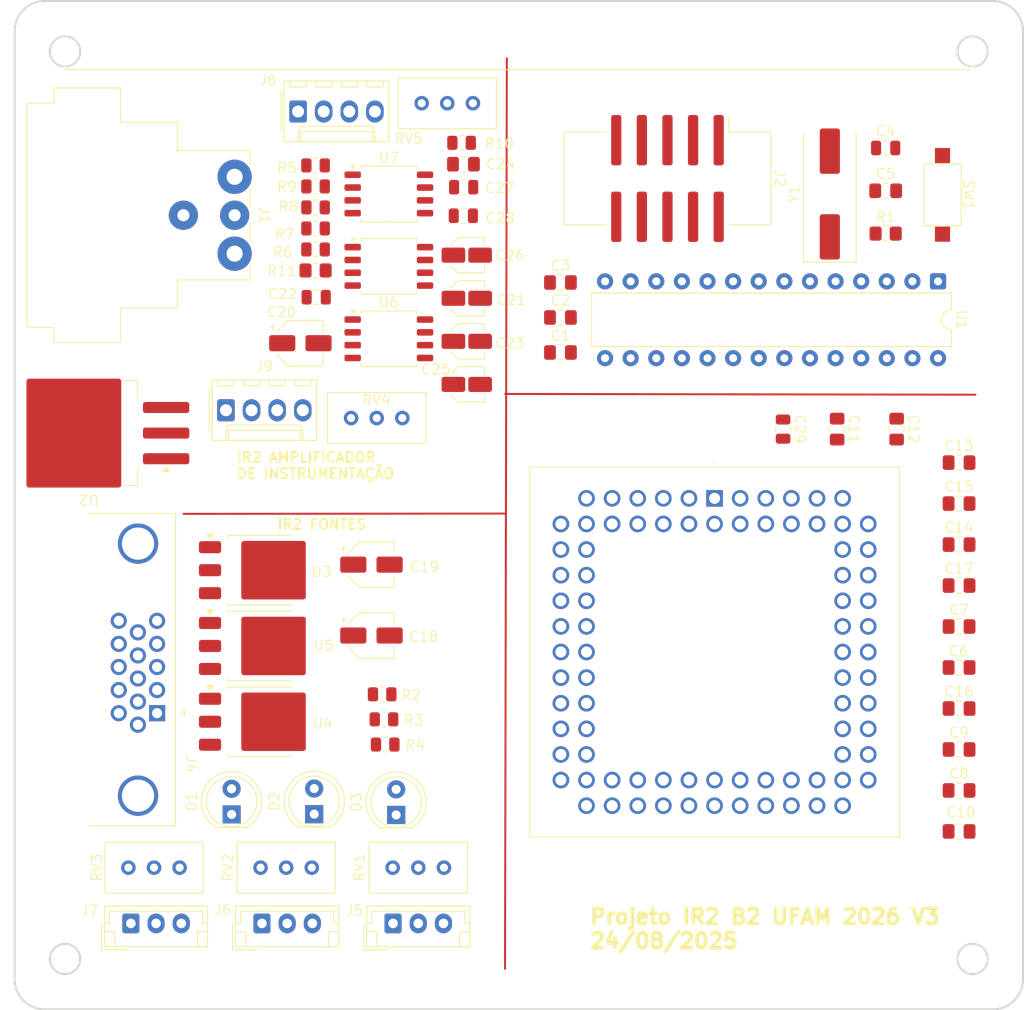
<source format=kicad_pcb>
(kicad_pcb (version 20241229) (generator "pcbnew") (generator_version "9.0")
  (title_block (title "IR2_B2_UFAM") (date "08/08/2025") (rev "V1") (company "UFAM-UFMG"))
  (layers (0 "F.Cu" signal "IR2_F.Cu") (4 "In1.Cu" signal "IR2_In1.Cu") (6 "In2.Cu" signal "IR2_In2.Cu") (2 "B.Cu" signal "IR2_B.Cu‏") (13 "F.Paste" user) (15 "B.Paste" user) (5 "F.SilkS" user "IR2 B2 UFAM") (7 "B.SilkS" user "IR2 B2 UFAM V2") (1 "F.Mask" user) (3 "B.Mask" user) (25 "Edge.Cuts" user))
  (net 0 "")
  (net 1 "Earth")
  (net 2 "/MODO E_RST E_RDR/3,3V")
  (net 3 "Net-(U6-CAP-)")
  (net 4 "Net-(U6-CAP+)")
  (net 5 "Net-(D1-A)")
  (net 6 "Net-(D2-A)")
  (net 7 "Net-(D3-A)")
  (net 8 "/MODO E_RST E_RDR/E_RDR")
  (net 9 "Net-(J3-RST)")
  (net 10 "-8,4V")
  (net 11 "/A0")
  (net 12 "/MODO E_RST E_RDR/E_RST")
  (net 13 "/A2")
  (net 14 "/Módulo Amplificador de Instrumentação/S+")
  (net 15 "/AC0")
  (net 16 "/A1")
  (net 17 "/Fontes/-8,4V")
  (net 18 "/Fontes/V+8,4V_IR2")
  (net 19 "/Fontes/V+8,4V_ATMEGA")
  (net 20 "/Fontes/V+8,4V_RST_RDR")
  (net 21 "/Módulo Amplificador de Instrumentação/VOUT")
  (net 22 "/Módulo Amplificador de Instrumentação/S-")
  (net 23 "Net-(R6-Pad1)")
  (net 24 "Net-(R7-Pad2)")
  (net 25 "Net-(R10-Pad1)")
  (net 26 "Net-(R10-Pad2)")
  (net 27 "/MODO E_RST E_RDR/V_LOAD")
  (net 32 "Net-(U1-XTAL2{slash}PB7)")
  (net 34 "/SCK")
  (net 35 "/Módulo Amplificador de Instrumentação/VIN")
  (net 36 "Net-(U1-XTAL1{slash}PB6)")
  (net 39 "2,5V")
  (net 40 "/MISO")
  (net 41 "Net-(U2-VO)")
  (net 44 "1,4V")
  (net 45 "3,3V")
  (net 46 "/RESET")
  (net 47 "Net-(U7--)")
  (net 48 "+8,4V")
  (net 49 "/RWS")
  (net 125 "/Fontes/+3,3V(IR2)")
  (net 126 "/AC1")
  (net 127 "/AC2")
  (net 128 "Net-(J3-RDR)")
  (net 130 "Net-(U7-+)")
  (net 133 "Net-(U8-2IN+)")
  (net 134 "Net-(U8-1IN+)")
  (net 135 "Net-(U7-Ref)")
  (net 136 "Net-(IC1-2IN+)")
  (net 137 "Net-(IC1-2IN-)")
  (net 138 "Net-(IC1-1IN+)")
  (footprint "Capacitor_SMD:C_0805_2012Metric_Pad1.18x1.45mm_HandSolder" (layer "F.Cu") (at 218.8425 105.662)
    (property "Reference" "C6" (at -0.0625 -1.6 0) (layer "F.SilkS") (effects (font (thickness 0.1))))
    (property "Value" "100nF")
    (pad "1" smd roundrect (at -1.0375 0) (size 1.175 1.45) (layers "F.Cu" "F.Mask" "F.Paste") (roundrect_rratio 0.212766) (net 125 "/Fontes/+3,3V(IR2)"))
    (pad "2" smd roundrect (at 1.0375 0) (size 1.175 1.45) (layers "F.Cu" "F.Mask" "F.Paste") (roundrect_rratio 0.212766) (net 1 "Earth"))
  )
  (footprint "Package_SO:SOIC-8_5.3x5.3mm_P1.27mm" (layer "F.Cu") (at 162.295 58.7)
    (property "Reference" "U7" (at 0 -3.6 0) (layer "F.SilkS") (effects (font (thickness 0.1))))
    (property "Value" "AD620")
    (pad "1" smd roundrect (at -3.5875 -1.905) (size 1.625 0.65) (layers "F.Cu" "F.Mask" "F.Paste") (net 25 "Net-(R10-Pad1)"))
    (pad "2" smd roundrect (at -3.5875 -0.635) (size 1.625 0.65) (layers "F.Cu" "F.Mask" "F.Paste") (net 47 "Net-(U7--)"))
    (pad "3" smd roundrect (at -3.5875 0.635) (size 1.625 0.65) (layers "F.Cu" "F.Mask" "F.Paste") (net 130 "Net-(U7-+)"))
    (pad "4" smd roundrect (at -3.5875 1.905) (size 1.625 0.65) (layers "F.Cu" "F.Mask" "F.Paste") (net 10 "-8,4V"))
    (pad "5" smd roundrect (at 3.5875 1.905) (size 1.625 0.65) (layers "F.Cu" "F.Mask" "F.Paste") (net 135 "Net-(U7-Ref)"))
    (pad "6" smd roundrect (at 3.5875 0.635) (size 1.625 0.65) (layers "F.Cu" "F.Mask" "F.Paste") (net 133 "Net-(U8-2IN+)"))
    (pad "7" smd roundrect (at 3.5875 -0.635) (size 1.625 0.65) (layers "F.Cu" "F.Mask" "F.Paste") (net 48 "+8,4V"))
    (pad "8" smd roundrect (at 3.5875 -1.905) (size 1.625 0.65) (layers "F.Cu" "F.Mask" "F.Paste") (net 26 "Net-(R10-Pad2)"))
  )
  (footprint "Capacitor_SMD:C_0805_2012Metric_Pad1.18x1.45mm_HandSolder" (layer "F.Cu") (at 218.8425 101.598)
    (property "Reference" "C7" (at 0 -1.68 0) (layer "F.SilkS") (effects (font (thickness 0.1))))
    (property "Value" "100nF")
    (pad "1" smd roundrect (at -1.0375 0) (size 1.175 1.45) (layers "F.Cu" "F.Mask" "F.Paste") (roundrect_rratio 0.212766) (net 125 "/Fontes/+3,3V(IR2)"))
    (pad "2" smd roundrect (at 1.0375 0) (size 1.175 1.45) (layers "F.Cu" "F.Mask" "F.Paste") (roundrect_rratio 0.212766) (net 1 "Earth"))
  )
  (footprint "Resistor_SMD:R_0805_2012Metric" (layer "F.Cu") (at 155.0275 57.953333)
    (property "Reference" "R9" (at -2.8275 0.033917 0) (layer "F.SilkS") (effects (font (thickness 0.1))))
    (property "Value" "1K")
    (pad "1" smd roundrect (at -0.9125 0) (size 1.025 1.4) (layers "F.Cu" "F.Mask" "F.Paste") (roundrect_rratio 0.243902) (net 130 "Net-(U7-+)"))
    (pad "2" smd roundrect (at 0.9125 0) (size 1.025 1.4) (layers "F.Cu" "F.Mask" "F.Paste") (roundrect_rratio 0.243902) (net 14 "/Módulo Amplificador de Instrumentação/S+"))
  )
  (footprint "Resistor_SMD:R_0805_2012Metric_Pad1.20x1.40mm_HandSolder" (layer "F.Cu") (at 155.0275 66.286667)
    (property "Reference" "R11" (at -3.3375 0.049583 0) (layer "F.SilkS") (effects (font (thickness 0.1))))
    (property "Value" "1K")
    (pad "1" smd roundrect (at -1 0) (size 1.2 1.4) (layers "F.Cu" "F.Mask" "F.Paste") (roundrect_rratio 0.208333) (net 133 "Net-(U8-2IN+)"))
    (pad "2" smd roundrect (at 1 0) (size 1.2 1.4) (layers "F.Cu" "F.Mask" "F.Paste") (roundrect_rratio 0.208333) (net 134 "Net-(U8-1IN+)"))
  )
  (footprint "Capacitor_SMD:C_0805_2012Metric" (layer "F.Cu") (at 201.39 82.02 -90)
    (property "Reference" "C29" (at 0 -1.68 270) (layer "F.SilkS") (effects (font (thickness 0.1))))
    (property "Value" "100nF")
    (pad "1" smd roundrect (at -0.95 0 270) (size 1 1.45) (layers "F.Cu" "F.Mask" "F.Paste") (net 1 "Earth"))
    (pad "2" smd roundrect (at 0.95 0 270) (size 1 1.45) (layers "F.Cu" "F.Mask" "F.Paste") (net 10 "-8,4V"))
  )
  (footprint "Capacitor_SMD:C_Elec_3x5.4" (layer "F.Cu") (at 170.02 77.59)
    (property "Reference" "C25" (at -3.07 -1.5 0) (layer "F.SilkS") (effects (font (thickness 0.1))))
    (property "Value" "10uF")
    (pad "1" smd roundrect (at -1.325 0) (size 2.35 1.5) (layers "F.Cu" "F.Mask" "F.Paste") (roundrect_rratio 0.166667) (net 3 "Net-(U6-CAP-)"))
    (pad "2" smd roundrect (at 1.325 0) (size 2.35 1.5) (layers "F.Cu" "F.Mask" "F.Paste") (roundrect_rratio 0.166667) (net 4 "Net-(U6-CAP+)"))
  )
  (footprint "Package_TO_SOT_SMD:TO-263-3_TabPin2" (layer "F.Cu") (at 132.555 82.415 180)
    (property "Reference" "U2" (at 0 -6.65 180) (layer "F.SilkS") (effects (font (thickness 0.1))))
    (property "Value" "AZ1084-5.0")
    (pad "1" smd roundrect (at -7.65 -2.54 180) (size 4.6 1.1) (layers "F.Cu" "F.Mask" "F.Paste") (roundrect_rratio 0.227273) (net 1 "Earth"))
    (pad "2" smd roundrect (at -7.65 0 180) (size 4.6 1.1) (layers "F.Cu" "F.Mask" "F.Paste") (roundrect_rratio 0.227273) (net 41 "Net-(U2-VO)"))
    (pad "2" smd roundrect (at 1.5 0 180) (size 9.4 10.8) (layers "F.Cu" "F.Mask") (roundrect_rratio 0.026596) (net 41 "Net-(U2-VO)"))
    (pad "3" smd roundrect (at -7.65 2.54 180) (size 4.6 1.1) (layers "F.Cu" "F.Mask" "F.Paste") (roundrect_rratio 0.227273) (net 18 "/Fontes/V+8,4V_IR2"))
  )
  (footprint "Capacitor_SMD:C_Elec_3x5.4" (layer "F.Cu") (at 170.02 64.77)
    (property "Reference" "C26" (at 4.29 0.02 0) (layer "F.SilkS") (effects (font (thickness 0.1))))
    (property "Value" "10uF")
    (pad "1" smd roundrect (at -1.325 0) (size 2.35 1.5) (layers "F.Cu" "F.Mask" "F.Paste") (roundrect_rratio 0.166667) (net 10 "-8,4V"))
    (pad "2" smd roundrect (at 1.325 0) (size 2.35 1.5) (layers "F.Cu" "F.Mask" "F.Paste") (roundrect_rratio 0.166667) (net 1 "Earth"))
  )
  (footprint "Capacitor_SMD:C_0805_2012Metric_Pad1.18x1.45mm_HandSolder" (layer "F.Cu") (at 218.8425 113.79)
    (property "Reference" "C9" (at 0 -1.68 0) (layer "F.SilkS") (effects (font (thickness 0.1))))
    (property "Value" "100nF")
    (pad "1" smd roundrect (at -1.0375 0) (size 1.175 1.45) (layers "F.Cu" "F.Mask" "F.Paste") (roundrect_rratio 0.212766) (net 49 "/RWS"))
    (pad "2" smd roundrect (at 1.0375 0) (size 1.175 1.45) (layers "F.Cu" "F.Mask" "F.Paste") (roundrect_rratio 0.212766) (net 1 "Earth"))
  )
  (footprint "Capacitor_SMD:C_0805_2012Metric" (layer "F.Cu") (at 169.71 58.03 180)
    (property "Reference" "C27" (at -3.58 -0.08 0) (layer "F.SilkS") (effects (font (thickness 0.1))))
    (property "Value" "100nF")
    (pad "1" smd roundrect (at -0.95 0 180) (size 1 1.45) (layers "F.Cu" "F.Mask" "F.Paste") (net 10 "-8,4V"))
    (pad "2" smd roundrect (at 0.95 0 180) (size 1 1.45) (layers "F.Cu" "F.Mask" "F.Paste") (net 1 "Earth"))
  )
  (footprint "Resistor_SMD:R_0805_2012Metric" (layer "F.Cu") (at 155.0275 64.203333)
    (property "Reference" "R6" (at -3.2675 0.275666 0) (layer "F.SilkS") (effects (font (thickness 0.1))))
    (property "Value" "1K")
    (pad "1" smd roundrect (at -0.9125 0) (size 1.025 1.4) (layers "F.Cu" "F.Mask" "F.Paste") (roundrect_rratio 0.243902) (net 23 "Net-(R6-Pad1)"))
    (pad "2" smd roundrect (at 0.9125 0) (size 1.025 1.4) (layers "F.Cu" "F.Mask" "F.Paste") (roundrect_rratio 0.243902) (net 48 "+8,4V"))
  )
  (footprint "Package_TO_SOT_SMD:TO-252-3_TabPin2" (layer "F.Cu") (at 149.6 111.04)
    (property "Reference" "U4" (at 6.135 0.17 0) (layer "F.SilkS") (effects (font (thickness 0.1))))
    (property "Value" "AZ1084-3.3")
    (pad "1" smd roundrect (at -5.04 -2.28) (size 2.2 1.2) (layers "F.Cu" "F.Mask" "F.Paste") (roundrect_rratio 0.208333) (net 1 "Earth"))
    (pad "2" smd roundrect (at -5.04 0) (size 2.2 1.2) (layers "F.Cu" "F.Mask" "F.Paste") (roundrect_rratio 0.208333) (net 2 "/MODO E_RST E_RDR/3,3V"))
    (pad "2" smd roundrect (at 1.26 0) (size 6.4 5.8) (layers "F.Cu" "F.Mask") (roundrect_rratio 0.043103) (net 2 "/MODO E_RST E_RDR/3,3V"))
    (pad "3" smd roundrect (at -5.04 2.28) (size 2.2 1.2) (layers "F.Cu" "F.Mask" "F.Paste") (roundrect_rratio 0.208333) (net 20 "/Fontes/V+8,4V_RST_RDR"))
  )
  (footprint "LED_THT:LED_D5.0mm" (layer "F.Cu") (at 146.7 120.23 90)
    (property "Reference" "D1" (at 1.27 -3.96 90) (layer "F.SilkS") (effects (font (thickness 0.1))))
    (property "Value" "LED")
    (pad "1" thru_hole rect (at 0 0 90) (size 1.8 1.8) (drill 0.9) (layers "*.Cu" "*.Mask") (net 1 "Earth"))
    (pad "2" thru_hole circle (at 2.54 0 90) (size 1.8 1.8) (drill 0.9) (layers "*.Cu" "*.Mask") (net 5 "Net-(D1-A)"))
  )
  (footprint "Capacitor_SMD:C_0805_2012Metric_Pad1.18x1.45mm_HandSolder" (layer "F.Cu") (at 218.8425 85.342)
    (property "Reference" "C13" (at 0 -1.68 0) (layer "F.SilkS") (effects (font (thickness 0.1))))
    (property "Value" "100nF")
    (pad "1" smd roundrect (at -1.0375 0) (size 1.175 1.45) (layers "F.Cu" "F.Mask" "F.Paste") (roundrect_rratio 0.212766) (net 13 "/A2"))
    (pad "2" smd roundrect (at 1.0375 0) (size 1.175 1.45) (layers "F.Cu" "F.Mask" "F.Paste") (roundrect_rratio 0.212766) (net 1 "Earth"))
  )
  (footprint "Capacitor_SMD:C_Elec_3x5.4" (layer "F.Cu") (at 170.02 69.043333)
    (property "Reference" "C21" (at 4.41 0.146667 0) (layer "F.SilkS") (effects (font (thickness 0.1))))
    (property "Value" "10uF")
    (pad "1" smd roundrect (at -1.325 0) (size 2.35 1.5) (layers "F.Cu" "F.Mask" "F.Paste") (roundrect_rratio 0.166667) (net 48 "+8,4V"))
    (pad "2" smd roundrect (at 1.325 0) (size 2.35 1.5) (layers "F.Cu" "F.Mask" "F.Paste") (roundrect_rratio 0.166667) (net 1 "Earth"))
  )
  (footprint "Capacitor_SMD:C_0805_2012Metric_Pad1.18x1.45mm_HandSolder" (layer "F.Cu") (at 169.6925 55.75)
    (property "Reference" "C24" (at 3.6775 0 0) (layer "F.SilkS") (effects (font (thickness 0.1))))
    (property "Value" "100nF")
    (pad "1" smd roundrect (at -1.0375 0) (size 1.175 1.45) (layers "F.Cu" "F.Mask" "F.Paste") (roundrect_rratio 0.212766) (net 48 "+8,4V"))
    (pad "2" smd roundrect (at 1.0375 0) (size 1.175 1.45) (layers "F.Cu" "F.Mask" "F.Paste") (roundrect_rratio 0.212766) (net 1 "Earth"))
  )
  (footprint "Capacitor_SMD:C_0805_2012Metric" (layer "F.Cu") (at 211.5625 54.14)
    (property "Reference" "C4" (at 0 -1.68 0) (layer "F.SilkS") (effects (font (thickness 0.1))))
    (property "Value" "22pF")
    (pad "1" smd roundrect (at -0.95 0) (size 1 1.45) (layers "F.Cu" "F.Mask" "F.Paste") (net 36 "Net-(U1-XTAL1{slash}PB6)"))
    (pad "2" smd roundrect (at 0.95 0) (size 1 1.45) (layers "F.Cu" "F.Mask" "F.Paste") (net 1 "Earth"))
  )
  (footprint "Button_Switch_SMD:SW_SPST_CK_RS282G05A3" (layer "F.Cu") (at 217.2 58.79 -90)
    (property "Reference" "SW1" (at 0 -2.6 270) (layer "F.SilkS") (effects (font (thickness 0.1))))
    (property "Value" "SW_SPST_CK_RS282G05A3")
    (pad "1" smd rect (at -3.9 0 270) (size 1.5 1.5) (layers "F.Cu" "F.Mask" "F.Paste") (net 46 "/RESET"))
    (pad "2" smd rect (at 3.9 0 270) (size 1.5 1.5) (layers "F.Cu" "F.Mask" "F.Paste") (net 46 "/RESET"))
  )
  (footprint "Connector_JST:JST_EH_B3B-EH-A_1x03_P2.50mm_Vertical" (layer "F.Cu") (at 162.71 131.04)
    (property "Reference" "J5" (at -3.84 -1.3 0) (layer "F.SilkS") (effects (font (thickness 0.1))))
    (property "Value" "Conn_01x03_Pin")
    (pad "1" thru_hole roundrect (at 0 0) (size 1.7 1.95) (drill 0.95) (layers "*.Cu" "*.Mask") (roundrect_rratio 0.147059) (net 2 "/MODO E_RST E_RDR/3,3V"))
    (pad "2" thru_hole oval (at 2.5 0) (size 1.7 1.95) (drill 0.95) (layers "*.Cu" "*.Mask") (net 1 "Earth"))
    (pad "3" thru_hole oval (at 5 0) (size 1.7 1.95) (drill 0.95) (layers "*.Cu" "*.Mask") (net 1 "Earth"))
  )
  (footprint "Capacitor_SMD:C_0805_2012Metric_Pad1.18x1.45mm_HandSolder" (layer "F.Cu") (at 218.8425 89.406)
    (property "Reference" "C15" (at 0 -1.68 0) (layer "F.SilkS") (effects (font (thickness 0.1))))
    (property "Value" "100nF")
    (pad "1" smd roundrect (at -1.0375 0) (size 1.175 1.45) (layers "F.Cu" "F.Mask" "F.Paste") (roundrect_rratio 0.212766) (net 126 "/AC1"))
    (pad "2" smd roundrect (at 1.0375 0) (size 1.175 1.45) (layers "F.Cu" "F.Mask" "F.Paste") (roundrect_rratio 0.212766) (net 1 "Earth"))
  )
  (footprint "Capacitor_SMD:C_0805_2012Metric_Pad1.18x1.45mm_HandSolder" (layer "F.Cu") (at 212.65 82.02 -90)
    (property "Reference" "C12" (at 0 -1.68 270) (layer "F.SilkS") (effects (font (thickness 0.1))))
    (property "Value" "100nF")
    (pad "1" smd roundrect (at -1.0375 0 270) (size 1.175 1.45) (layers "F.Cu" "F.Mask" "F.Paste") (roundrect_rratio 0.212766) (net 16 "/A1"))
    (pad "2" smd roundrect (at 1.0375 0 270) (size 1.175 1.45) (layers "F.Cu" "F.Mask" "F.Paste") (roundrect_rratio 0.212766) (net 1 "Earth"))
  )
  (footprint "Capacitor_SMD:C_0805_2012Metric_Pad1.18x1.45mm_HandSolder" (layer "F.Cu") (at 211.5625 58.385)
    (property "Reference" "C5" (at 0 -1.68 0) (layer "F.SilkS") (effects (font (thickness 0.1))))
    (property "Value" "22pF")
    (pad "1" smd roundrect (at -1.0375 0) (size 1.175 1.45) (layers "F.Cu" "F.Mask" "F.Paste") (roundrect_rratio 0.212766) (net 32 "Net-(U1-XTAL2{slash}PB7)"))
    (pad "2" smd roundrect (at 1.0375 0) (size 1.175 1.45) (layers "F.Cu" "F.Mask" "F.Paste") (roundrect_rratio 0.212766) (net 1 "Earth"))
  )
  (footprint "Capacitor_SMD:CP_Elec_4x5.8" (layer "F.Cu") (at 160.57 102.49)
    (property "Reference" "C18" (at 5.18 0.12 0) (layer "F.SilkS") (effects (font (thickness 0.1))))
    (property "Value" "22uF")
    (pad "1" smd roundrect (at -1.8 0) (size 2.6 1.6) (layers "F.Cu" "F.Mask" "F.Paste") (roundrect_rratio 0.15625) (net 125 "/Fontes/+3,3V(IR2)"))
    (pad "2" smd roundrect (at 1.8 0) (size 2.6 1.6) (layers "F.Cu" "F.Mask" "F.Paste") (roundrect_rratio 0.15625) (net 1 "Earth"))
  )
  (footprint "Capacitor_SMD:C_0805_2012Metric" (layer "F.Cu") (at 169.68 60.86)
    (property "Reference" "C28" (at 3.65 0.24 0) (layer "F.SilkS") (effects (font (thickness 0.1))))
    (property "Value" "100nF")
    (pad "1" smd roundrect (at -0.95 0) (size 1 1.45) (layers "F.Cu" "F.Mask" "F.Paste") (net 10 "-8,4V"))
    (pad "2" smd roundrect (at 0.95 0) (size 1 1.45) (layers "F.Cu" "F.Mask" "F.Paste") (net 48 "+8,4V"))
  )
  (footprint "Capacitor_SMD:C_0805_2012Metric_Pad1.18x1.45mm_HandSolder" (layer "F.Cu") (at 218.8425 93.47)
    (property "Reference" "C14" (at 0 -1.68 0) (layer "F.SilkS") (effects (font (thickness 0.1))))
    (property "Value" "100nF")
    (pad "1" smd roundrect (at -1.0375 0) (size 1.175 1.45) (layers "F.Cu" "F.Mask" "F.Paste") (roundrect_rratio 0.212766) (net 15 "/AC0"))
    (pad "2" smd roundrect (at 1.0375 0) (size 1.175 1.45) (layers "F.Cu" "F.Mask" "F.Paste") (roundrect_rratio 0.212766) (net 1 "Earth"))
  )
  (footprint "Resistor_SMD:R_0805_2012Metric_Pad1.20x1.40mm_HandSolder" (layer "F.Cu") (at 211.5625 62.63)
    (property "Reference" "R1" (at 0 -1.65 0) (layer "F.SilkS") (effects (font (thickness 0.1))))
    (property "Value" "10K")
    (pad "1" smd roundrect (at -1 0) (size 1.2 1.4) (layers "F.Cu" "F.Mask" "F.Paste") (roundrect_rratio 0.208333) (net 45 "3,3V"))
    (pad "2" smd roundrect (at 1 0) (size 1.2 1.4) (layers "F.Cu" "F.Mask" "F.Paste") (roundrect_rratio 0.208333) (net 46 "/RESET"))
  )
  (footprint "Connector_JST:JST_EH_B3B-EH-A_1x03_P2.50mm_Vertical" (layer "F.Cu") (at 136.71 131.04)
    (property "Reference" "J7" (at -4.1 -1.27 0) (layer "F.SilkS") (effects (font (thickness 0.1))))
    (property "Value" "Conn_01x03_Pin")
    (pad "1" thru_hole roundrect (at 0 0) (size 1.7 1.95) (drill 0.95) (layers "*.Cu" "*.Mask") (roundrect_rratio 0.147059) (net 2 "/MODO E_RST E_RDR/3,3V"))
    (pad "2" thru_hole oval (at 2.5 0) (size 1.7 1.95) (drill 0.95) (layers "*.Cu" "*.Mask") (net 8 "/MODO E_RST E_RDR/E_RDR"))
    (pad "3" thru_hole oval (at 5 0) (size 1.7 1.95) (drill 0.95) (layers "*.Cu" "*.Mask") (net 44 "1,4V"))
  )
  (footprint "Package_TO_SOT_SMD:TO-252-3_TabPin2" (layer "F.Cu") (at 149.6 103.525)
    (property "Reference" "U5" (at 6.215 -0.025 0) (layer "F.SilkS") (effects (font (thickness 0.1))))
    (property "Value" "AZ1084-3.3")
    (pad "1" smd roundrect (at -5.04 -2.28) (size 2.2 1.2) (layers "F.Cu" "F.Mask" "F.Paste") (roundrect_rratio 0.208333) (net 1 "Earth"))
    (pad "2" smd roundrect (at -5.04 0) (size 2.2 1.2) (layers "F.Cu" "F.Mask" "F.Paste") (roundrect_rratio 0.208333) (net 45 "3,3V"))
    (pad "2" smd roundrect (at 1.26 0) (size 6.4 5.8) (layers "F.Cu" "F.Mask") (roundrect_rratio 0.043103) (net 45 "3,3V"))
    (pad "3" smd roundrect (at -5.04 2.28) (size 2.2 1.2) (layers "F.Cu" "F.Mask" "F.Paste") (roundrect_rratio 0.208333) (net 19 "/Fontes/V+8,4V_ATMEGA"))
  )
  (footprint "Capacitor_SMD:C_0805_2012Metric_Pad1.18x1.45mm_HandSolder" (layer "F.Cu") (at 218.8425 109.726)
    (property "Reference" "C16" (at 0 -1.68 0) (layer "F.SilkS") (effects (font (thickness 0.1))))
    (property "Value" "100nF")
    (pad "1" smd roundrect (at -1.0375 0) (size 1.175 1.45) (layers "F.Cu" "F.Mask" "F.Paste") (roundrect_rratio 0.212766) (net 127 "/AC2"))
    (pad "2" smd roundrect (at 1.0375 0) (size 1.175 1.45) (layers "F.Cu" "F.Mask" "F.Paste") (roundrect_rratio 0.212766) (net 1 "Earth"))
  )
  (footprint "IR2_Library:IR2_UFAM_V0_PLCC84" (layer "F.Cu") (at 194.595 88.885)
    (property "Reference" "J3" (hide yes))
    (property "Value" "IR2_UFAM_V0_PLCC84" (hide yes))
    (pad "1" thru_hole rect (at 0 0) (size 1.65 1.65) (drill 1.1) (layers "*.Cu" "*.Mask") (net 125 "/Fontes/+3,3V(IR2)"))
    (pad "2" thru_hole circle (at 0 2.54) (size 1.65 1.65) (drill 1.1) (layers "*.Cu" "*.Mask"))
    (pad "3" thru_hole circle (at -2.54 0) (size 1.65 1.65) (drill 1.1) (layers "*.Cu" "*.Mask"))
    (pad "4" thru_hole circle (at -2.54 2.54) (size 1.65 1.65) (drill 1.1) (layers "*.Cu" "*.Mask"))
    (pad "5" thru_hole circle (at -5.08 0) (size 1.65 1.65) (drill 1.1) (layers "*.Cu" "*.Mask"))
    (pad "6" thru_hole circle (at -5.08 2.54) (size 1.65 1.65) (drill 1.1) (layers "*.Cu" "*.Mask"))
    (pad "7" thru_hole circle (at -7.62 0) (size 1.65 1.65) (drill 1.1) (layers "*.Cu" "*.Mask"))
    (pad "8" thru_hole circle (at -7.62 2.54) (size 1.65 1.65) (drill 1.1) (layers "*.Cu" "*.Mask"))
    (pad "9" thru_hole circle (at -10.16 0) (size 1.65 1.65) (drill 1.1) (layers "*.Cu" "*.Mask"))
    (pad "10" thru_hole circle (at -10.16 2.54) (size 1.65 1.65) (drill 1.1) (layers "*.Cu" "*.Mask"))
    (pad "11" thru_hole circle (at -12.7 0) (size 1.65 1.65) (drill 1.1) (layers "*.Cu" "*.Mask"))
    (pad "12" thru_hole circle (at -15.24 2.54) (size 1.65 1.65) (drill 1.1) (layers "*.Cu" "*.Mask"))
    (pad "13" thru_hole circle (at -12.7 2.54) (size 1.65 1.65) (drill 1.1) (layers "*.Cu" "*.Mask"))
    (pad "14" thru_hole circle (at -15.24 5.08) (size 1.65 1.65) (drill 1.1) (layers "*.Cu" "*.Mask"))
    (pad "15" thru_hole circle (at -12.7 5.08) (size 1.65 1.65) (drill 1.1) (layers "*.Cu" "*.Mask"))
    (pad "16" thru_hole circle (at -15.24 7.62) (size 1.65 1.65) (drill 1.1) (layers "*.Cu" "*.Mask") (net 27 "/MODO E_RST E_RDR/V_LOAD"))
    (pad "17" thru_hole circle (at -12.7 7.62) (size 1.65 1.65) (drill 1.1) (layers "*.Cu" "*.Mask"))
    (pad "18" thru_hole circle (at -15.24 10.16) (size 1.65 1.65) (drill 1.1) (layers "*.Cu" "*.Mask"))
    (pad "19" thru_hole circle (at -12.7 10.16) (size 1.65 1.65) (drill 1.1) (layers "*.Cu" "*.Mask"))
    (pad "20" thru_hole circle (at -15.24 12.7) (size 1.65 1.65) (drill 1.1) (layers "*.Cu" "*.Mask"))
    (pad "21" thru_hole circle (at -12.7 12.7) (size 1.65 1.65) (drill 1.1) (layers "*.Cu" "*.Mask"))
    (pad "22" thru_hole circle (at -15.24 15.24) (size 1.65 1.65) (drill 1.1) (layers "*.Cu" "*.Mask"))
    (pad "23" thru_hole circle (at -12.7 15.24) (size 1.65 1.65) (drill 1.1) (layers "*.Cu" "*.Mask") (net 12 "/MODO E_RST E_RDR/E_RST"))
    (pad "24" thru_hole circle (at -15.24 17.78) (size 1.65 1.65) (drill 1.1) (layers "*.Cu" "*.Mask"))
    (pad "25" thru_hole circle (at -12.7 17.78) (size 1.65 1.65) (drill 1.1) (layers "*.Cu" "*.Mask"))
    (pad "26" thru_hole circle (at -15.24 20.32) (size 1.65 1.65) (drill 1.1) (layers "*.Cu" "*.Mask"))
    (pad "27" thru_hole circle (at -12.7 20.32) (size 1.65 1.65) (drill 1.1) (layers "*.Cu" "*.Mask"))
    (pad "28" thru_hole circle (at -15.24 22.86) (size 1.65 1.65) (drill 1.1) (layers "*.Cu" "*.Mask"))
    (pad "29" thru_hole circle (at -12.7 22.86) (size 1.65 1.65) (drill 1.1) (layers "*.Cu" "*.Mask"))
    (pad "30" thru_hole circle (at -15.24 25.4) (size 1.65 1.65) (drill 1.1) (layers "*.Cu" "*.Mask"))
    (pad "31" thru_hole circle (at -12.7 25.4) (size 1.65 1.65) (drill 1.1) (layers "*.Cu" "*.Mask"))
    (pad "32" thru_hole circle (at -15.24 27.94) (size 1.65 1.65) (drill 1.1) (layers "*.Cu" "*.Mask"))
    (pad "33" thru_hole circle (at -12.7 30.48) (size 1.65 1.65) (drill 1.1) (layers "*.Cu" "*.Mask"))
    (pad "34" thru_hole circle (at -12.7 27.94) (size 1.65 1.65) (drill 1.1) (layers "*.Cu" "*.Mask"))
    (pad "35" thru_hole circle (at -10.16 30.48) (size 1.65 1.65) (drill 1.1) (layers "*.Cu" "*.Mask"))
    (pad "36" thru_hole circle (at -10.16 27.94) (size 1.65 1.65) (drill 1.1) (layers "*.Cu" "*.Mask"))
    (pad "37" thru_hole circle (at -7.62 30.48) (size 1.65 1.65) (drill 1.1) (layers "*.Cu" "*.Mask"))
    (pad "38" thru_hole circle (at -7.62 27.94) (size 1.65 1.65) (drill 1.1) (layers "*.Cu" "*.Mask") (net 8 "/MODO E_RST E_RDR/E_RDR"))
    (pad "39" thru_hole circle (at -5.08 30.48) (size 1.65 1.65) (drill 1.1) (layers "*.Cu" "*.Mask") (net 1 "Earth"))
    (pad "40" thru_hole circle (at -5.08 27.94) (size 1.65 1.65) (drill 1.1) (layers "*.Cu" "*.Mask") (net 22 "/Módulo Amplificador de Instrumentação/S-"))
    (pad "41" thru_hole circle (at -2.54 30.48) (size 1.65 1.65) (drill 1.1) (layers "*.Cu" "*.Mask"))
    (pad "42" thru_hole circle (at -2.54 27.94) (size 1.65 1.65) (drill 1.1) (layers "*.Cu" "*.Mask"))
    (pad "43" thru_hole circle (at 0 30.48) (size 1.65 1.65) (drill 1.1) (layers "*.Cu" "*.Mask"))
    (pad "44" thru_hole circle (at 0 27.94) (size 1.65 1.65) (drill 1.1) (layers "*.Cu" "*.Mask"))
    (pad "45" thru_hole circle (at 2.54 30.48) (size 1.65 1.65) (drill 1.1) (layers "*.Cu" "*.Mask"))
    (pad "46" thru_hole circle (at 2.54 27.94) (size 1.65 1.65) (drill 1.1) (layers "*.Cu" "*.Mask"))
    (pad "47" thru_hole circle (at 5.08 30.48) (size 1.65 1.65) (drill 1.1) (layers "*.Cu" "*.Mask"))
    (pad "48" thru_hole circle (at 5.08 27.94) (size 1.65 1.65) (drill 1.1) (layers "*.Cu" "*.Mask"))
    (pad "49" thru_hole circle (at 7.62 30.48) (size 1.65 1.65) (drill 1.1) (layers "*.Cu" "*.Mask"))
    (pad "50" thru_hole circle (at 7.62 27.94) (size 1.65 1.65) (drill 1.1) (layers "*.Cu" "*.Mask"))
    (pad "51" thru_hole circle (at 10.16 30.48) (size 1.65 1.65) (drill 1.1) (layers "*.Cu" "*.Mask") (net 9 "Net-(J3-RST)"))
    (pad "52" thru_hole circle (at 10.16 27.94) (size 1.65 1.65) (drill 1.1) (layers "*.Cu" "*.Mask"))
    (pad "53" thru_hole circle (at 12.7 30.48) (size 1.65 1.65) (drill 1.1) (layers "*.Cu" "*.Mask"))
    (pad "54" thru_hole circle (at 15.24 27.94) (size 1.65 1.65) (drill 1.1) (layers "*.Cu" "*.Mask") (net 49 "/RWS"))
    (pad "55" thru_hole circle (at 12.7 27.94) (size 1.65 1.65) (drill 1.1) (layers "*.Cu" "*.Mask") (net 128 "Net-(J3-RDR)"))
    (pad "56" thru_hole circle (at 15.24 25.4) (size 1.65 1.65) (drill 1.1) (layers "*.Cu" "*.Mask") (net 1 "Earth"))
    (pad "57" thru_hole circle (at 12.7 25.4) (size 1.65 1.65) (drill 1.1) (layers "*.Cu" "*.Mask"))
    (pad "58" thru_hole circle (at 15.24 22.86) (size 1.65 1.65) (drill 1.1) (layers "*.Cu" "*.Mask"))
    (pad "59" thru_hole circle (at 12.7 22.86) (size 1.65 1.65) (drill 1.1) (layers "*.Cu" "*.Mask"))
    (pad "60" thru_hole circle (at 15.24 20.32) (size 1.65 1.65) (drill 1.1) (layers "*.Cu" "*.Mask"))
    (pad "61" thru_hole circle (at 12.7 20.32) (size 1.65 1.65) (drill 1.1) (layers "*.Cu" "*.Mask"))
    (pad "62" thru_hole circle (at 15.24 17.78) (size 1.65 1.65) (drill 1.1) (layers "*.Cu" "*.Mask"))
    (pad "63" thru_hole circle (at 12.7 17.78) (size 1.65 1.65) (drill 1.1) (layers "*.Cu" "*.Mask"))
    (pad "64" thru_hole circle (at 15.24 15.24) (size 1.65 1.65) (drill 1.1) (layers "*.Cu" "*.Mask"))
    (pad "65" thru_hole circle (at 12.7 15.24) (size 1.65 1.65) (drill 1.1) (layers "*.Cu" "*.Mask"))
    (pad "66" thru_hole circle (at 15.24 12.7) (size 1.65 1.65) (drill 1.1) (layers "*.Cu" "*.Mask") (net 125 "/Fontes/+3,3V(IR2)"))
    (pad "67" thru_hole circle (at 12.7 12.7) (size 1.65 1.65) (drill 1.1) (layers "*.Cu" "*.Mask") (net 127 "/AC2"))
    (pad "68" thru_hole circle (at 15.24 10.16) (size 1.65 1.65) (drill 1.1) (layers "*.Cu" "*.Mask") (net 126 "/AC1"))
    (pad "69" thru_hole circle (at 12.7 10.16) (size 1.65 1.65) (drill 1.1) (layers "*.Cu" "*.Mask") (net 15 "/AC0"))
    (pad "70" thru_hole circle (at 15.24 7.62) (size 1.65 1.65) (drill 1.1) (layers "*.Cu" "*.Mask") (net 13 "/A2"))
    (pad "71" thru_hole circle (at 12.7 7.62) (size 1.65 1.65) (drill 1.1) (layers "*.Cu" "*.Mask") (net 16 "/A1"))
    (pad "72" thru_hole circle (at 15.24 5.08) (size 1.65 1.65) (drill 1.1) (layers "*.Cu" "*.Mask") (net 11 "/A0"))
    (pad "73" thru_hole circle (at 12.7 5.08) (size 1.65 1.65) (drill 1.1) (layers "*.Cu" "*.Mask"))
    (pad "74" thru_hole circle (at 15.24 2.54) (size 1.65 1.65) (drill 1.1) (layers "*.Cu" "*.Mask") (net 125 "/Fontes/+3,3V(IR2)"))
    (pad "75" thru_hole circle (at 12.7 0) (size 1.65 1.65) (drill 1.1) (layers "*.Cu" "*.Mask"))
    (pad "76" thru_hole circle (at 12.7 2.54) (size 1.65 1.65) (drill 1.1) (layers "*.Cu" "*.Mask"))
    (pad "77" thru_hole circle (at 10.16 0) (size 1.65 1.65) (drill 1.1) (layers "*.Cu" "*.Mask"))
    (pad "78" thru_hole circle (at 10.16 2.54) (size 1.65 1.65) (drill 1.1) (layers "*.Cu" "*.Mask"))
    (pad "79" thru_hole circle (at 7.62 0) (size 1.65 1.65) (drill 1.1) (layers "*.Cu" "*.Mask"))
    (pad "80" thru_hole circle (at 7.62 2.54) (size 1.65 1.65) (drill 1.1) (layers "*.Cu" "*.Mask"))
    (pad "81" thru_hole circle (at 5.08 0) (size 1.65 1.65) (drill 1.1) (layers "*.Cu" "*.Mask"))
    (pad "82" thru_hole circle (at 5.08 2.54) (size 1.65 1.65) (drill 1.1) (layers "*.Cu" "*.Mask"))
    (pad "83" thru_hole circle (at 2.54 0) (size 1.65 1.65) (drill 1.1) (layers "*.Cu" "*.Mask"))
    (pad "84" thru_hole circle (at 2.54 2.54) (size 1.65 1.65) (drill 1.1) (layers "*.Cu" "*.Mask"))
  )
  (footprint "Connector_JST:JST_EH_B3B-EH-A_1x03_P2.50mm_Vertical" (layer "F.Cu") (at 149.71 131.04)
    (property "Reference" "J6" (at -3.87 -1.35 0) (layer "F.SilkS") (effects (font (thickness 0.1))))
    (property "Value" "Conn_01x03_Pin")
    (pad "1" thru_hole roundrect (at 0 0) (size 1.7 1.95) (drill 0.95) (layers "*.Cu" "*.Mask") (roundrect_rratio 0.147059) (net 1 "Earth"))
    (pad "2" thru_hole oval (at 2.5 0) (size 1.7 1.95) (drill 0.95) (layers "*.Cu" "*.Mask") (net 12 "/MODO E_RST E_RDR/E_RST"))
    (pad "3" thru_hole oval (at 5 0) (size 1.7 1.95) (drill 0.95) (layers "*.Cu" "*.Mask") (net 39 "2,5V"))
  )
  (footprint "Potentiometer_THT:Potentiometer_Bourns_3296W_Vertical" (layer "F.Cu") (at 141.545 125.51)
    (property "Reference" "RV3" (at -8.195 0.005 90) (layer "F.SilkS") (effects (font (thickness 0.1))))
    (property "Value" "10K")
    (pad "1" thru_hole circle (at 0 0) (size 1.44 1.44) (drill 0.8) (layers "*.Cu" "*.Mask") (net 2 "/MODO E_RST E_RDR/3,3V"))
    (pad "2" thru_hole circle (at -2.54 0) (size 1.44 1.44) (drill 0.8) (layers "*.Cu" "*.Mask") (net 27 "/MODO E_RST E_RDR/V_LOAD"))
    (pad "3" thru_hole circle (at -5.08 0) (size 1.44 1.44) (drill 0.8) (layers "*.Cu" "*.Mask") (net 1 "Earth"))
  )
  (footprint "Connector_Dsub:DSUB-15-HD_Socket_Horizontal_P2.29x1.90mm_EdgePinOffset3.03mm_Housed_MountingHolesOffset4.94mm" (layer "F.Cu") (at 139.31 110.19 -90)
    (property "Reference" "J4" (at 5.07 -3.37 270) (layer "F.SilkS") (effects (font (thickness 0.1))))
    (property "Value" "DE15_Socket_HighDensity_MountingHoles")
    (pad "0" thru_hole circle (at -16.815 1.89 270) (size 4 4) (drill 3.2) (layers "*.Cu" "*.Mask") (net 1 "Earth"))
    (pad "0" thru_hole circle (at 8.185 1.89 270) (size 4 4) (drill 3.2) (layers "*.Cu" "*.Mask") (net 1 "Earth"))
    (pad "1" thru_hole rect (at 0 0 270) (size 1.6 1.6) (drill 1) (layers "*.Cu" "*.Mask"))
    (pad "2" thru_hole circle (at -2.29 0 270) (size 1.6 1.6) (drill 1) (layers "*.Cu" "*.Mask"))
    (pad "3" thru_hole circle (at -4.58 0 270) (size 1.6 1.6) (drill 1) (layers "*.Cu" "*.Mask"))
    (pad "4" thru_hole circle (at -6.87 0 270) (size 1.6 1.6) (drill 1) (layers "*.Cu" "*.Mask"))
    (pad "5" thru_hole circle (at -9.16 0 270) (size 1.6 1.6) (drill 1) (layers "*.Cu" "*.Mask") (net 19 "/Fontes/V+8,4V_ATMEGA"))
    (pad "6" thru_hole circle (at 1.145 1.9 270) (size 1.6 1.6) (drill 1) (layers "*.Cu" "*.Mask"))
    (pad "7" thru_hole circle (at -1.145 1.9 270) (size 1.6 1.6) (drill 1) (layers "*.Cu" "*.Mask"))
    (pad "8" thru_hole circle (at -3.435 1.9 270) (size 1.6 1.6) (drill 1) (layers "*.Cu" "*.Mask"))
    (pad "9" thru_hole circle (at -5.725 1.9 270) (size 1.6 1.6) (drill 1) (layers "*.Cu" "*.Mask"))
    (pad "10" thru_hole circle (at -8.015 1.9 270) (size 1.6 1.6) (drill 1) (layers "*.Cu" "*.Mask"))
    (pad "11" thru_hole circle (at 0 3.8 270) (size 1.6 1.6) (drill 1) (layers "*.Cu" "*.Mask") (net 35 "/Módulo Amplificador de Instrumentação/VIN"))
    (pad "12" thru_hole circle (at -2.29 3.8 270) (size 1.6 1.6) (drill 1) (layers "*.Cu" "*.Mask") (net 1 "Earth"))
    (pad "13" thru_hole circle (at -4.58 3.8 270) (size 1.6 1.6) (drill 1) (layers "*.Cu" "*.Mask") (net 17 "/Fontes/-8,4V"))
    (pad "14" thru_hole circle (at -6.87 3.8 270) (size 1.6 1.6) (drill 1) (layers "*.Cu" "*.Mask") (net 18 "/Fontes/V+8,4V_IR2"))
    (pad "15" thru_hole circle (at -9.16 3.8 270) (size 1.6 1.6) (drill 1) (layers "*.Cu" "*.Mask") (net 20 "/Fontes/V+8,4V_RST_RDR"))
  )
  (footprint "Connector_IDC:IDC-Header_2x05_P2.54mm_Vertical_SMD" (layer "F.Cu") (at 189.925 57.165 -90)
    (property "Reference" "J2" (at 0 -11.16 270) (layer "F.SilkS") (effects (font (thickness 0.1))))
    (property "Value" "USBAsp")
    (pad "1" smd roundrect (at -3.8 -5.08 270) (size 5 1.02) (layers "F.Cu" "F.Mask" "F.Paste") (roundrect_rratio 0.245098) (net 49 "/RWS"))
    (pad "2" smd roundrect (at 3.8 -5.08 270) (size 5 1.02) (layers "F.Cu" "F.Mask" "F.Paste") (roundrect_rratio 0.245098) (net 45 "3,3V"))
    (pad "3" smd roundrect (at -3.8 -2.54 270) (size 5 1.02) (layers "F.Cu" "F.Mask" "F.Paste") (roundrect_rratio 0.245098))
    (pad "4" smd roundrect (at 3.8 -2.54 270) (size 5 1.02) (layers "F.Cu" "F.Mask" "F.Paste") (roundrect_rratio 0.245098) (net 1 "Earth"))
    (pad "5" smd roundrect (at -3.8 0 270) (size 5 1.02) (layers "F.Cu" "F.Mask" "F.Paste") (roundrect_rratio 0.245098) (net 46 "/RESET"))
    (pad "6" smd roundrect (at 3.8 0 270) (size 5 1.02) (layers "F.Cu" "F.Mask" "F.Paste") (roundrect_rratio 0.245098) (net 1 "Earth"))
    (pad "7" smd roundrect (at -3.8 2.54 270) (size 5 1.02) (layers "F.Cu" "F.Mask" "F.Paste") (roundrect_rratio 0.245098) (net 34 "/SCK"))
    (pad "8" smd roundrect (at 3.8 2.54 270) (size 5 1.02) (layers "F.Cu" "F.Mask" "F.Paste") (roundrect_rratio 0.245098) (net 1 "Earth"))
    (pad "9" smd roundrect (at -3.8 5.08 270) (size 5 1.02) (layers "F.Cu" "F.Mask" "F.Paste") (roundrect_rratio 0.245098) (net 40 "/MISO"))
    (pad "10" smd roundrect (at 3.8 5.08 270) (size 5 1.02) (layers "F.Cu" "F.Mask" "F.Paste") (roundrect_rratio 0.245098) (net 1 "Earth"))
  )
  (footprint "Resistor_SMD:R_0805_2012Metric" (layer "F.Cu") (at 161.93 113.3)
    (property "Reference" "R4" (at 2.99 0.08 0) (layer "F.SilkS") (effects (font (thickness 0.1))))
    (property "Value" "220R")
    (pad "1" smd roundrect (at -0.9125 0) (size 1.025 1.4) (layers "F.Cu" "F.Mask" "F.Paste") (roundrect_rratio 0.243902) (net 45 "3,3V"))
    (pad "2" smd roundrect (at 0.9125 0) (size 1.025 1.4) (layers "F.Cu" "F.Mask" "F.Paste") (roundrect_rratio 0.243902) (net 7 "Net-(D3-A)"))
  )
  (footprint "Connector_Molex:Molex_KK-254_AE-6410-04A_1x04_P2.54mm_Vertical" (layer "F.Cu") (at 153.29 50.52465)
    (property "Reference" "J8" (at -3 -3.06465 0) (layer "F.SilkS") (effects (font (thickness 0.1))))
    (property "Value" "Entrada")
    (pad "1" thru_hole roundrect (at 0 0) (size 1.74 2.19) (drill 1.19) (layers "*.Cu" "*.Mask") (roundrect_rratio 0.143678) (net 35 "/Módulo Amplificador de Instrumentação/VIN"))
    (pad "2" thru_hole oval (at 2.54 0) (size 1.74 2.19) (drill 1.19) (layers "*.Cu" "*.Mask") (net 1 "Earth"))
    (pad "3" thru_hole oval (at 5.08 0) (size 1.74 2.19) (drill 1.19) (layers "*.Cu" "*.Mask") (net 22 "/Módulo Amplificador de Instrumentação/S-"))
    (pad "4" thru_hole oval (at 7.62 0) (size 1.74 2.19) (drill 1.19) (layers "*.Cu" "*.Mask") (net 14 "/Módulo Amplificador de Instrumentação/S+"))
  )
  (footprint "Capacitor_SMD:C_0805_2012Metric_Pad1.18x1.45mm_HandSolder" (layer "F.Cu") (at 206.75 82.02 -90)
    (property "Reference" "C11" (at 0 -1.68 270) (layer "F.SilkS") (effects (font (thickness 0.1))))
    (property "Value" "100nF")
    (pad "1" smd roundrect (at -1.0375 0 270) (size 1.175 1.45) (layers "F.Cu" "F.Mask" "F.Paste") (roundrect_rratio 0.212766) (net 11 "/A0"))
    (pad "2" smd roundrect (at 1.0375 0 270) (size 1.175 1.45) (layers "F.Cu" "F.Mask" "F.Paste") (roundrect_rratio 0.212766) (net 1 "Earth"))
  )
  (footprint "Capacitor_SMD:C_0805_2012Metric" (layer "F.Cu") (at 155.09 68.94)
    (property "Reference" "C22" (at -3.34 -0.32 0) (layer "F.SilkS") (effects (font (thickness 0.1))))
    (property "Value" "100nF")
    (pad "1" smd roundrect (at -0.95 0) (size 1 1.45) (layers "F.Cu" "F.Mask" "F.Paste") (net 48 "+8,4V"))
    (pad "2" smd roundrect (at 0.95 0) (size 1 1.45) (layers "F.Cu" "F.Mask" "F.Paste") (net 1 "Earth"))
  )
  (footprint "LED_THT:LED_D5.0mm" (layer "F.Cu") (at 163.02 120.285 90)
    (property "Reference" "D3" (at 1.27 -3.96 90) (layer "F.SilkS") (effects (font (thickness 0.1))))
    (property "Value" "LED")
    (pad "1" thru_hole rect (at 0 0 90) (size 1.8 1.8) (drill 0.9) (layers "*.Cu" "*.Mask") (net 1 "Earth"))
    (pad "2" thru_hole circle (at 2.54 0 90) (size 1.8 1.8) (drill 0.9) (layers "*.Cu" "*.Mask") (net 7 "Net-(D3-A)"))
  )
  (footprint "Package_DIP:DIP-28_W7.62mm" (layer "F.Cu") (at 216.755 67.365 -90)
    (property "Reference" "U1" (at 3.81 -2.33 270) (layer "F.SilkS") (effects (font (thickness 0.1))))
    (property "Value" "ATmega328-P")
    (pad "1" thru_hole roundrect (at 0 0 270) (size 1.6 1.6) (drill 0.8) (layers "*.Cu" "*.Mask") (roundrect_rratio 0.15625) (net 46 "/RESET"))
    (pad "2" thru_hole circle (at 0 2.54 270) (size 1.6 1.6) (drill 0.8) (layers "*.Cu" "*.Mask"))
    (pad "3" thru_hole circle (at 0 5.08 270) (size 1.6 1.6) (drill 0.8) (layers "*.Cu" "*.Mask"))
    (pad "4" thru_hole circle (at 0 7.62 270) (size 1.6 1.6) (drill 0.8) (layers "*.Cu" "*.Mask") (net 11 "/A0"))
    (pad "5" thru_hole circle (at 0 10.16 270) (size 1.6 1.6) (drill 0.8) (layers "*.Cu" "*.Mask") (net 16 "/A1"))
    (pad "6" thru_hole circle (at 0 12.7 270) (size 1.6 1.6) (drill 0.8) (layers "*.Cu" "*.Mask") (net 13 "/A2"))
    (pad "7" thru_hole circle (at 0 15.24 270) (size 1.6 1.6) (drill 0.8) (layers "*.Cu" "*.Mask") (net 45 "3,3V"))
    (pad "8" thru_hole circle (at 0 17.78 270) (size 1.6 1.6) (drill 0.8) (layers "*.Cu" "*.Mask") (net 1 "Earth"))
    (pad "9" thru_hole circle (at 0 20.32 270) (size 1.6 1.6) (drill 0.8) (layers "*.Cu" "*.Mask") (net 36 "Net-(U1-XTAL1{slash}PB6)"))
    (pad "10" thru_hole circle (at 0 22.86 270) (size 1.6 1.6) (drill 0.8) (layers "*.Cu" "*.Mask") (net 32 "Net-(U1-XTAL2{slash}PB7)"))
    (pad "11" thru_hole circle (at 0 25.4 270) (size 1.6 1.6) (drill 0.8) (layers "*.Cu" "*.Mask") (net 15 "/AC0"))
    (pad "12" thru_hole circle (at 0 27.94 270) (size 1.6 1.6) (drill 0.8) (layers "*.Cu" "*.Mask") (net 126 "/AC1"))
    (pad "13" thru_hole circle (at 0 30.48 270) (size 1.6 1.6) (drill 0.8) (layers "*.Cu" "*.Mask") (net 127 "/AC2"))
    (pad "14" thru_hole circle (at 0 33.02 270) (size 1.6 1.6) (drill 0.8) (layers "*.Cu" "*.Mask"))
    (pad "15" thru_hole circle (at 7.62 33.02 270) (size 1.6 1.6) (drill 0.8) (layers "*.Cu" "*.Mask") (net 9 "Net-(J3-RST)"))
    (pad "16" thru_hole circle (at 7.62 30.48 270) (size 1.6 1.6) (drill 0.8) (layers "*.Cu" "*.Mask") (net 128 "Net-(J3-RDR)"))
    (pad "17" thru_hole circle (at 7.62 27.94 270) (size 1.6 1.6) (drill 0.8) (layers "*.Cu" "*.Mask") (net 49 "/RWS"))
    (pad "18" thru_hole circle (at 7.62 25.4 270) (size 1.6 1.6) (drill 0.8) (layers "*.Cu" "*.Mask") (net 40 "/MISO"))
    (pad "19" thru_hole circle (at 7.62 22.86 270) (size 1.6 1.6) (drill 0.8) (layers "*.Cu" "*.Mask") (net 34 "/SCK"))
    (pad "20" thru_hole circle (at 7.62 20.32 270) (size 1.6 1.6) (drill 0.8) (layers "*.Cu" "*.Mask") (net 45 "3,3V"))
    (pad "21" thru_hole circle (at 7.62 17.78 270) (size 1.6 1.6) (drill 0.8) (layers "*.Cu" "*.Mask") (net 45 "3,3V"))
    (pad "22" thru_hole circle (at 7.62 15.24 270) (size 1.6 1.6) (drill 0.8) (layers "*.Cu" "*.Mask") (net 1 "Earth"))
    (pad "23" thru_hole circle (at 7.62 12.7 270) (size 1.6 1.6) (drill 0.8) (layers "*.Cu" "*.Mask") (net 21 "/Módulo Amplificador de Instrumentação/VOUT"))
    (pad "24" thru_hole circle (at 7.62 10.16 270) (size 1.6 1.6) (drill 0.8) (layers "*.Cu" "*.Mask"))
    (pad "25" thru_hole circle (at 7.62 7.62 270) (size 1.6 1.6) (drill 0.8) (layers "*.Cu" "*.Mask"))
    (pad "26" thru_hole circle (at 7.62 5.08 270) (size 1.6 1.6) (drill 0.8) (layers "*.Cu" "*.Mask"))
    (pad "27" thru_hole circle (at 7.62 2.54 270) (size 1.6 1.6) (drill 0.8) (layers "*.Cu" "*.Mask"))
    (pad "28" thru_hole circle (at 7.62 0 270) (size 1.6 1.6) (drill 0.8) (layers "*.Cu" "*.Mask"))
  )
  (footprint "Capacitor_SMD:C_0805_2012Metric_Pad1.18x1.45mm_HandSolder" (layer "F.Cu") (at 218.8425 121.918)
    (property "Reference" "C10" (at 0.1775 -1.93 0) (layer "F.SilkS") (effects (font (thickness 0.1))))
    (property "Value" "100nF")
    (pad "1" smd roundrect (at -1.0375 0) (size 1.175 1.45) (layers "F.Cu" "F.Mask" "F.Paste") (roundrect_rratio 0.212766) (net 9 "Net-(J3-RST)"))
    (pad "2" smd roundrect (at 1.0375 0) (size 1.175 1.45) (layers "F.Cu" "F.Mask" "F.Paste") (roundrect_rratio 0.212766) (net 1 "Earth"))
  )
  (footprint "Connector_Audio:Jack_XLR_Neutrik_NC3MBH-B_Horizontal" (layer "F.Cu") (at 147 57 -90)
    (property "Reference" "J1" (at 3.81 -3 270) (layer "F.SilkS") (effects (font (thickness 0.1))))
    (property "Value" "NC3MBH-B")
    (pad "" np_thru_hole circle (at 0 8.89 270) (size 1.6 1.6) (drill 1.6) (layers "*.Cu" "*.Mask"))
    (pad "" np_thru_hole circle (at 7.62 13.97 270) (size 1.6 1.6) (drill 1.6) (layers "*.Cu" "*.Mask"))
    (pad "1" thru_hole circle (at 0 0 270) (size 3.4 3.4) (drill 1.6) (layers "*.Cu" "*.Mask") (net 14 "/Módulo Amplificador de Instrumentação/S+"))
    (pad "2" thru_hole circle (at 7.62 0 270) (size 3.4 3.4) (drill 1.6) (layers "*.Cu" "*.Mask") (net 1 "Earth"))
    (pad "3" thru_hole circle (at 3.81 0 270) (size 2.9 2.9) (drill 1.2) (layers "*.Cu" "*.Mask") (net 1 "Earth"))
    (pad "G" thru_hole circle (at 3.81 5.08 270) (size 2.9 2.9) (drill 1.2) (layers "*.Cu" "*.Mask") (net 1 "Earth"))
  )
  (footprint "Potentiometer_THT:Potentiometer_Bourns_3296W_Vertical" (layer "F.Cu") (at 170.63 49.7)
    (property "Reference" "RV5" (at -6.38 3.5 0) (layer "F.SilkS") (effects (font (thickness 0.1))))
    (property "Value" "100K")
    (pad "1" thru_hole circle (at 0 0) (size 1.44 1.44) (drill 0.8) (layers "*.Cu" "*.Mask") (net 25 "Net-(R10-Pad1)"))
    (pad "2" thru_hole circle (at -2.54 0) (size 1.44 1.44) (drill 0.8) (layers "*.Cu" "*.Mask") (net 25 "Net-(R10-Pad1)"))
    (pad "3" thru_hole circle (at -5.08 0) (size 1.44 1.44) (drill 0.8) (layers "*.Cu" "*.Mask") (net 26 "Net-(R10-Pad2)"))
  )
  (footprint "Capacitor_SMD:CP_Elec_4x5.8" (layer "F.Cu") (at 160.57 95.46)
    (property "Reference" "C19" (at 5.25 0.22 0) (layer "F.SilkS") (effects (font (thickness 0.1))))
    (property "Value" "22uF")
    (pad "1" smd roundrect (at -1.8 0) (size 2.6 1.6) (layers "F.Cu" "F.Mask" "F.Paste") (roundrect_rratio 0.15625) (net 2 "/MODO E_RST E_RDR/3,3V"))
    (pad "2" smd roundrect (at 1.8 0) (size 2.6 1.6) (layers "F.Cu" "F.Mask" "F.Paste") (roundrect_rratio 0.15625) (net 1 "Earth"))
  )
  (footprint "Capacitor_SMD:C_0805_2012Metric_Pad1.18x1.45mm_HandSolder" (layer "F.Cu") (at 179.31 74.42)
    (property "Reference" "C1" (at 0 -1.68 0) (layer "F.SilkS") (effects (font (thickness 0.1))))
    (property "Value" "100nF")
    (pad "1" smd roundrect (at -1.0375 0) (size 1.175 1.45) (layers "F.Cu" "F.Mask" "F.Paste") (roundrect_rratio 0.212766) (net 9 "Net-(J3-RST)"))
    (pad "2" smd roundrect (at 1.0375 0) (size 1.175 1.45) (layers "F.Cu" "F.Mask" "F.Paste") (roundrect_rratio 0.212766) (net 1 "Earth"))
  )
  (footprint "Connector_Molex:Molex_KK-254_AE-6410-04A_1x04_P2.54mm_Vertical" (layer "F.Cu") (at 146.14 80.15)
    (property "Reference" "J9" (at 3.81 -4.36 0) (layer "F.SilkS") (effects (font (thickness 0.1))))
    (property "Value" "Saída")
    (pad "1" thru_hole roundrect (at 0 0) (size 1.74 2.19) (drill 1.19) (layers "*.Cu" "*.Mask") (roundrect_rratio 0.143678) (net 1 "Earth"))
    (pad "2" thru_hole oval (at 2.54 0) (size 1.74 2.19) (drill 1.19) (layers "*.Cu" "*.Mask") (net 21 "/Módulo Amplificador de Instrumentação/VOUT"))
    (pad "3" thru_hole oval (at 5.08 0) (size 1.74 2.19) (drill 1.19) (layers "*.Cu" "*.Mask") (net 1 "Earth"))
    (pad "4" thru_hole oval (at 7.62 0) (size 1.74 2.19) (drill 1.19) (layers "*.Cu" "*.Mask") (net 10 "-8,4V"))
  )
  (footprint "Capacitor_SMD:CP_Elec_4x5.8" (layer "F.Cu") (at 153.52 73.5)
    (property "Reference" "C20" (at -1.86 -3.08 0) (layer "F.SilkS") (effects (font (thickness 0.1))))
    (property "Value" "22uF")
    (pad "1" smd roundrect (at -1.8 0) (size 2.6 1.6) (layers "F.Cu" "F.Mask" "F.Paste") (roundrect_rratio 0.15625) (net 45 "3,3V"))
    (pad "2" smd roundrect (at 1.8 0) (size 2.6 1.6) (layers "F.Cu" "F.Mask" "F.Paste") (roundrect_rratio 0.15625) (net 1 "Earth"))
  )
  (footprint "Capacitor_SMD:C_0805_2012Metric_Pad1.18x1.45mm_HandSolder" (layer "F.Cu") (at 179.31 70.95)
    (property "Reference" "C2" (at 0 -1.68 0) (layer "F.SilkS") (effects (font (thickness 0.1))))
    (property "Value" "100nF")
    (pad "1" smd roundrect (at -1.0375 0) (size 1.175 1.45) (layers "F.Cu" "F.Mask" "F.Paste") (roundrect_rratio 0.212766) (net 128 "Net-(J3-RDR)"))
    (pad "2" smd roundrect (at 1.0375 0) (size 1.175 1.45) (layers "F.Cu" "F.Mask" "F.Paste") (roundrect_rratio 0.212766) (net 1 "Earth"))
  )
  (footprint "LED_THT:LED_D5.0mm" (layer "F.Cu") (at 154.89 120.205 90)
    (property "Reference" "D2" (at 1.27 -3.96 90) (layer "F.SilkS") (effects (font (thickness 0.1))))
    (property "Value" "LED")
    (pad "1" thru_hole rect (at 0 0 90) (size 1.8 1.8) (drill 0.9) (layers "*.Cu" "*.Mask") (net 1 "Earth"))
    (pad "2" thru_hole circle (at 2.54 0 90) (size 1.8 1.8) (drill 0.9) (layers "*.Cu" "*.Mask") (net 6 "Net-(D2-A)"))
  )
  (footprint "Potentiometer_THT:Potentiometer_Bourns_3296W_Vertical" (layer "F.Cu") (at 154.65 125.51)
    (property "Reference" "RV2" (at -8.31 0.005 90) (layer "F.SilkS") (effects (font (thickness 0.1))))
    (property "Value" "10K")
    (pad "1" thru_hole circle (at 0 0) (size 1.44 1.44) (drill 0.8) (layers "*.Cu" "*.Mask") (net 2 "/MODO E_RST E_RDR/3,3V"))
    (pad "2" thru_hole circle (at -2.54 0) (size 1.44 1.44) (drill 0.8) (layers "*.Cu" "*.Mask") (net 44 "1,4V"))
    (pad "3" thru_hole circle (at -5.08 0) (size 1.44 1.44) (drill 0.8) (layers "*.Cu" "*.Mask") (net 1 "Earth"))
  )
  (footprint "Resistor_SMD:R_0805_2012Metric" (layer "F.Cu") (at 169.5075 53.63)
    (property "Reference" "R10" (at 3.7425 0.08 0) (layer "F.SilkS") (effects (font (thickness 0.1))))
    (property "Value" "49,4kR")
    (pad "1" smd roundrect (at -0.9125 0) (size 1.025 1.4) (layers "F.Cu" "F.Mask" "F.Paste") (roundrect_rratio 0.243902) (net 25 "Net-(R10-Pad1)"))
    (pad "2" smd roundrect (at 0.9125 0) (size 1.025 1.4) (layers "F.Cu" "F.Mask" "F.Paste") (roundrect_rratio 0.243902) (net 26 "Net-(R10-Pad2)"))
  )
  (footprint "Package_TO_SOT_SMD:TO-252-3_TabPin2" (layer "F.Cu") (at 149.6 96.01)
    (property "Reference" "U3" (at 6.035 0.15 0) (layer "F.SilkS") (effects (font (thickness 0.1))))
    (property "Value" "AZ1084-3.3")
    (pad "1" smd roundrect (at -5.04 -2.28) (size 2.2 1.2) (layers "F.Cu" "F.Mask" "F.Paste") (roundrect_rratio 0.208333) (net 1 "Earth"))
    (pad "2" smd roundrect (at -5.04 0) (size 2.2 1.2) (layers "F.Cu" "F.Mask" "F.Paste") (roundrect_rratio 0.208333) (net 125 "/Fontes/+3,3V(IR2)"))
    (pad "2" smd roundrect (at 1.26 0) (size 6.4 5.8) (layers "F.Cu" "F.Mask") (roundrect_rratio 0.043103) (net 125 "/Fontes/+3,3V(IR2)"))
    (pad "3" smd roundrect (at -5.04 2.28) (size 2.2 1.2) (layers "F.Cu" "F.Mask" "F.Paste") (roundrect_rratio 0.208333) (net 41 "Net-(U2-VO)"))
  )
  (footprint "Capacitor_SMD:C_Elec_3x5.4" (layer "F.Cu") (at 170.02 73.316667)
    (property "Reference" "C23" (at 4.29 0.183333 0) (layer "F.SilkS") (effects (font (thickness 0.1))))
    (property "Value" "10uF")
    (pad "1" smd roundrect (at -1.325 0) (size 2.35 1.5) (layers "F.Cu" "F.Mask" "F.Paste") (roundrect_rratio 0.166667) (net 48 "+8,4V"))
    (pad "2" smd roundrect (at 1.325 0) (size 2.35 1.5) (layers "F.Cu" "F.Mask" "F.Paste") (roundrect_rratio 0.166667) (net 1 "Earth"))
  )
  (footprint "Package_SO:SOIC-8_5.3x5.3mm_P1.27mm" (layer "F.Cu") (at 162.295 73.06)
    (property "Reference" "U6" (at 0 -3.6 0) (layer "F.SilkS") (effects (font (thickness 0.1))))
    (property "Value" "LMC7660")
    (pad "1" smd roundrect (at -3.5875 -1.905) (size 1.625 0.65) (layers "F.Cu" "F.Mask" "F.Paste"))
    (pad "2" smd roundrect (at -3.5875 -0.635) (size 1.625 0.65) (layers "F.Cu" "F.Mask" "F.Paste") (net 4 "Net-(U6-CAP+)"))
    (pad "3" smd roundrect (at -3.5875 0.635) (size 1.625 0.65) (layers "F.Cu" "F.Mask" "F.Paste") (net 1 "Earth"))
    (pad "4" smd roundrect (at -3.5875 1.905) (size 1.625 0.65) (layers "F.Cu" "F.Mask" "F.Paste") (net 3 "Net-(U6-CAP-)"))
    (pad "5" smd roundrect (at 3.5875 1.905) (size 1.625 0.65) (layers "F.Cu" "F.Mask" "F.Paste") (net 10 "-8,4V"))
    (pad "6" smd roundrect (at 3.5875 0.635) (size 1.625 0.65) (layers "F.Cu" "F.Mask" "F.Paste"))
    (pad "7" smd roundrect (at 3.5875 -0.635) (size 1.625 0.65) (layers "F.Cu" "F.Mask" "F.Paste"))
    (pad "8" smd roundrect (at 3.5875 -1.905) (size 1.625 0.65) (layers "F.Cu" "F.Mask" "F.Paste") (net 48 "+8,4V"))
  )
  (footprint "Potentiometer_THT:Potentiometer_Bourns_3296W_Vertical" (layer "F.Cu") (at 167.755 125.51)
    (property "Reference" "RV1" (at -8.375 0.005 90) (layer "F.SilkS") (effects (font (thickness 0.1))))
    (property "Value" "10K")
    (pad "1" thru_hole circle (at 0 0) (size 1.44 1.44) (drill 0.8) (layers "*.Cu" "*.Mask") (net 2 "/MODO E_RST E_RDR/3,3V"))
    (pad "2" thru_hole circle (at -2.54 0) (size 1.44 1.44) (drill 0.8) (layers "*.Cu" "*.Mask") (net 39 "2,5V"))
    (pad "3" thru_hole circle (at -5.08 0) (size 1.44 1.44) (drill 0.8) (layers "*.Cu" "*.Mask") (net 1 "Earth"))
  )
  (footprint "Capacitor_SMD:C_0805_2012Metric_Pad1.18x1.45mm_HandSolder" (layer "F.Cu") (at 218.8425 117.854)
    (property "Reference" "C8" (at 0 -1.68 0) (layer "F.SilkS") (effects (font (thickness 0.1))))
    (property "Value" "100nF")
    (pad "1" smd roundrect (at -1.0375 0) (size 1.175 1.45) (layers "F.Cu" "F.Mask" "F.Paste") (roundrect_rratio 0.212766) (net 128 "Net-(J3-RDR)"))
    (pad "2" smd roundrect (at 1.0375 0) (size 1.175 1.45) (layers "F.Cu" "F.Mask" "F.Paste") (roundrect_rratio 0.212766) (net 1 "Earth"))
  )
  (footprint "Capacitor_SMD:C_0805_2012Metric_Pad1.18x1.45mm_HandSolder" (layer "F.Cu") (at 218.8425 97.534)
    (property "Reference" "C17" (at 0 -1.68 0) (layer "F.SilkS") (effects (font (thickness 0.1))))
    (property "Value" "100nF")
    (pad "1" smd roundrect (at -1.0375 0) (size 1.175 1.45) (layers "F.Cu" "F.Mask" "F.Paste") (roundrect_rratio 0.212766) (net 125 "/Fontes/+3,3V(IR2)"))
    (pad "2" smd roundrect (at 1.0375 0) (size 1.175 1.45) (layers "F.Cu" "F.Mask" "F.Paste") (roundrect_rratio 0.212766) (net 1 "Earth"))
  )
  (footprint "IR2_Library:ir2_U8_SOIC-8_5.3x5.3mm_P1.27mm" (layer "F.Cu") (at 162.295 65.88)
    (property "Reference" "IC1" (hide yes))
    (property "Value" "LM358")
    (pad "1" smd roundrect (at -3.5875 -1.905) (size 1.625 0.65) (layers "F.Cu" "F.Mask" "F.Paste") (net 21 "/Módulo Amplificador de Instrumentação/VOUT"))
    (pad "2" smd roundrect (at -3.5875 -0.635) (size 1.625 0.65) (layers "F.Cu" "F.Mask" "F.Paste") (net 21 "/Módulo Amplificador de Instrumentação/VOUT"))
    (pad "3" smd roundrect (at -3.5875 0.635) (size 1.625 0.65) (layers "F.Cu" "F.Mask" "F.Paste") (net 138 "Net-(IC1-1IN+)"))
    (pad "4" smd roundrect (at -3.5875 1.905) (size 1.625 0.65) (layers "F.Cu" "F.Mask" "F.Paste") (net 10 "-8,4V"))
    (pad "5" smd roundrect (at 3.5875 1.905) (size 1.625 0.65) (layers "F.Cu" "F.Mask" "F.Paste") (net 136 "Net-(IC1-2IN+)"))
    (pad "6" smd roundrect (at 3.5875 0.635) (size 1.625 0.65) (layers "F.Cu" "F.Mask" "F.Paste") (net 137 "Net-(IC1-2IN-)"))
    (pad "7" smd roundrect (at 3.5875 -0.635) (size 1.625 0.65) (layers "F.Cu" "F.Mask" "F.Paste") (net 137 "Net-(IC1-2IN-)"))
    (pad "8" smd roundrect (at 3.5875 -1.905) (size 1.625 0.65) (layers "F.Cu" "F.Mask" "F.Paste") (net 48 "+8,4V"))
  )
  (footprint "Resistor_SMD:R_0805_2012Metric" (layer "F.Cu") (at 161.81 110.8)
    (property "Reference" "R3" (at 2.95 0.07 0) (layer "F.SilkS") (effects (font (thickness 0.1))))
    (property "Value" "220R")
    (pad "1" smd roundrect (at -0.9125 0) (size 1.025 1.4) (layers "F.Cu" "F.Mask" "F.Paste") (roundrect_rratio 0.243902) (net 2 "/MODO E_RST E_RDR/3,3V"))
    (pad "2" smd roundrect (at 0.9125 0) (size 1.025 1.4) (layers "F.Cu" "F.Mask" "F.Paste") (roundrect_rratio 0.243902) (net 6 "Net-(D2-A)"))
  )
  (footprint "Capacitor_SMD:C_0805_2012Metric_Pad1.18x1.45mm_HandSolder" (layer "F.Cu") (at 179.31 67.48)
    (property "Reference" "C3" (at 0 -1.68 0) (layer "F.SilkS") (effects (font (thickness 0.1))))
    (property "Value" "100nF")
    (pad "1" smd roundrect (at -1.0375 0) (size 1.175 1.45) (layers "F.Cu" "F.Mask" "F.Paste") (roundrect_rratio 0.212766) (net 49 "/RWS"))
    (pad "2" smd roundrect (at 1.0375 0) (size 1.175 1.45) (layers "F.Cu" "F.Mask" "F.Paste") (roundrect_rratio 0.212766) (net 1 "Earth"))
  )
  (footprint "Resistor_SMD:R_0805_2012Metric" (layer "F.Cu") (at 155.0275 55.87)
    (property "Reference" "R5" (at -2.8275 0.23 0) (layer "F.SilkS") (effects (font (thickness 0.1))))
    (property "Value" "10R")
    (pad "1" smd roundrect (at -0.9125 0) (size 1.025 1.4) (layers "F.Cu" "F.Mask" "F.Paste") (roundrect_rratio 0.243902) (net 35 "/Módulo Amplificador de Instrumentação/VIN"))
    (pad "2" smd roundrect (at 0.9125 0) (size 1.025 1.4) (layers "F.Cu" "F.Mask" "F.Paste") (roundrect_rratio 0.243902) (net 48 "+8,4V"))
  )
  (footprint "Potentiometer_THT:Potentiometer_Bourns_3296W_Vertical" (layer "F.Cu") (at 163.63 80.92)
    (property "Reference" "RV4" (at -2.5775 -1.785 0) (layer "F.SilkS") (effects (font (thickness 0.1))))
    (property "Value" "10K")
    (pad "1" thru_hole circle (at 0 0) (size 1.44 1.44) (drill 0.8) (layers "*.Cu" "*.Mask") (net 23 "Net-(R6-Pad1)"))
    (pad "2" thru_hole circle (at -2.54 0) (size 1.44 1.44) (drill 0.8) (layers "*.Cu" "*.Mask") (net 133 "Net-(U8-2IN+)"))
    (pad "3" thru_hole circle (at -5.08 0) (size 1.44 1.44) (drill 0.8) (layers "*.Cu" "*.Mask") (net 24 "Net-(R7-Pad2)"))
  )
  (footprint "Resistor_SMD:R_0805_2012Metric" (layer "F.Cu") (at 161.63 108.32)
    (property "Reference" "R2" (at 2.87 0.1 0) (layer "F.SilkS") (effects (font (thickness 0.1))))
    (property "Value" "220R")
    (pad "1" smd roundrect (at -0.9125 0) (size 1.025 1.4) (layers "F.Cu" "F.Mask" "F.Paste") (roundrect_rratio 0.243902) (net 5 "Net-(D1-A)"))
    (pad "2" smd roundrect (at 0.9125 0) (size 1.025 1.4) (layers "F.Cu" "F.Mask" "F.Paste") (roundrect_rratio 0.243902) (net 125 "/Fontes/+3,3V(IR2)"))
  )
  (footprint "Resistor_SMD:R_0805_2012Metric" (layer "F.Cu") (at 155.0275 62.12)
    (property "Reference" "R7" (at -3.0675 0.57175 0) (layer "F.SilkS") (effects (font (thickness 0.1))))
    (property "Value" "1K")
    (pad "1" smd roundrect (at -0.9125 0) (size 1.025 1.4) (layers "F.Cu" "F.Mask" "F.Paste") (roundrect_rratio 0.243902) (net 10 "-8,4V"))
    (pad "2" smd roundrect (at 0.9125 0) (size 1.025 1.4) (layers "F.Cu" "F.Mask" "F.Paste") (roundrect_rratio 0.243902) (net 24 "Net-(R7-Pad2)"))
  )
  (footprint "Crystal:Crystal_SMD_HC49-SD" (layer "F.Cu") (at 206.025 58.705 90)
    (property "Reference" "Y1" (at 0 -3.55 90) (layer "F.SilkS") (effects (font (thickness 0.1))))
    (property "Value" "16MHz")
    (pad "1" smd roundrect (at -4.25 0 90) (size 4.5 2) (layers "F.Cu" "F.Mask" "F.Paste") (roundrect_rratio 0.125) (net 32 "Net-(U1-XTAL2{slash}PB7)"))
    (pad "2" smd roundrect (at 4.25 0 90) (size 4.5 2) (layers "F.Cu" "F.Mask" "F.Paste") (roundrect_rratio 0.125) (net 36 "Net-(U1-XTAL1{slash}PB6)"))
  )
  (footprint "Resistor_SMD:R_0805_2012Metric" (layer "F.Cu") (at 155.0275 60.036667)
    (property "Reference" "R8" (at -2.6975 -0.08 0) (layer "F.SilkS") (effects (font (thickness 0.1))))
    (property "Value" "1K")
    (pad "1" smd roundrect (at -0.9125 0) (size 1.025 1.4) (layers "F.Cu" "F.Mask" "F.Paste") (roundrect_rratio 0.243902) (net 47 "Net-(U7--)"))
    (pad "2" smd roundrect (at 0.9125 0) (size 1.025 1.4) (layers "F.Cu" "F.Mask" "F.Paste") (roundrect_rratio 0.243902) (net 22 "/Módulo Amplificador de Instrumentação/S-"))
  )
  (gr_line (start 173.905 90.395) (end 141.925 90.425) (stroke (width 0.2)) (layer "F.Cu") (net 125))
  (gr_line (start 173.995 45.255) (end 173.815 135.535) (stroke (width 0.2)) (layer "F.Cu") (net 125))
  (gr_line (start 220.4625 78.6075) (end 173.8375 78.5325) (stroke (width 0.2)) (layer "F.Cu") (net 125))
  (gr_line (start 130.14 46.37) (end 219.98 46.37) (stroke (width 0.1)) (layer "F.SilkS"))
  (gr_arc (start 125.182498 42.564998) (mid 126.061177 40.443679) (end 128.182495 39.565) (stroke (width 0.2)) (layer "Edge.Cuts"))
  (gr_circle (center 220.1825 134.565) (end 220.1825 136.065) (stroke (width 0.2)) (fill no) (layer "Edge.Cuts"))
  (gr_arc (start 225.182498 136.564998) (mid 224.303817 138.686318) (end 222.182498 139.565) (stroke (width 0.2)) (layer "Edge.Cuts"))
  (gr_circle (center 220.1825 44.565) (end 220.1825 46.065) (stroke (width 0.2)) (fill no) (layer "Edge.Cuts"))
  (gr_line (start 225.182498 136.564998) (end 225.182498 42.565001) (stroke (width 0.2)) (layer "Edge.Cuts"))
  (gr_line (start 128.182501 139.565) (end 222.182498 139.565) (stroke (width 0.2)) (layer "Edge.Cuts"))
  (gr_circle (center 130.1825 134.565) (end 130.1825 136.065) (stroke (width 0.2)) (fill no) (layer "Edge.Cuts"))
  (gr_arc (start 128.182501 139.565) (mid 126.061179 138.686319) (end 125.182498 136.564998) (stroke (width 0.2)) (layer "Edge.Cuts"))
  (gr_arc (start 222.182497 39.565) (mid 224.303818 40.44368) (end 225.182498 42.565001) (stroke (width 0.2)) (layer "Edge.Cuts"))
  (gr_line (start 125.182498 42.564998) (end 125.182498 136.564998) (stroke (width 0.2)) (layer "Edge.Cuts"))
  (gr_circle (center 130.1825 44.565) (end 130.1825 46.065) (stroke (width 0.2)) (fill no) (layer "Edge.Cuts"))
  (gr_line (start 222.182497 39.565) (end 128.182495 39.565) (stroke (width 0.2)) (layer "Edge.Cuts"))
  (gr_text "Projeto IR2 B2 UFAM 2026 V3\n24/08/2025" (at 182.04 133.66 0) (layer "F.SilkS") (effects (font (size 1.5 1.5) (thickness 0.375) (bold yes)) (justify left bottom)))
  (gr_text "IR2 AMPLIFICADOR \nDE INSTRUMENTAÇÃO" (at 147.1 87.02 0) (layer "F.SilkS") (effects (font (size 1 1) (thickness 0.2) (bold yes)) (justify left bottom)))
  (gr_text "IR2 FONTES" (at 151.13 92.05 0) (layer "F.SilkS") (effects (font (size 1 1) (thickness 0.2) (bold yes)) (justify left bottom)))
)
</source>
